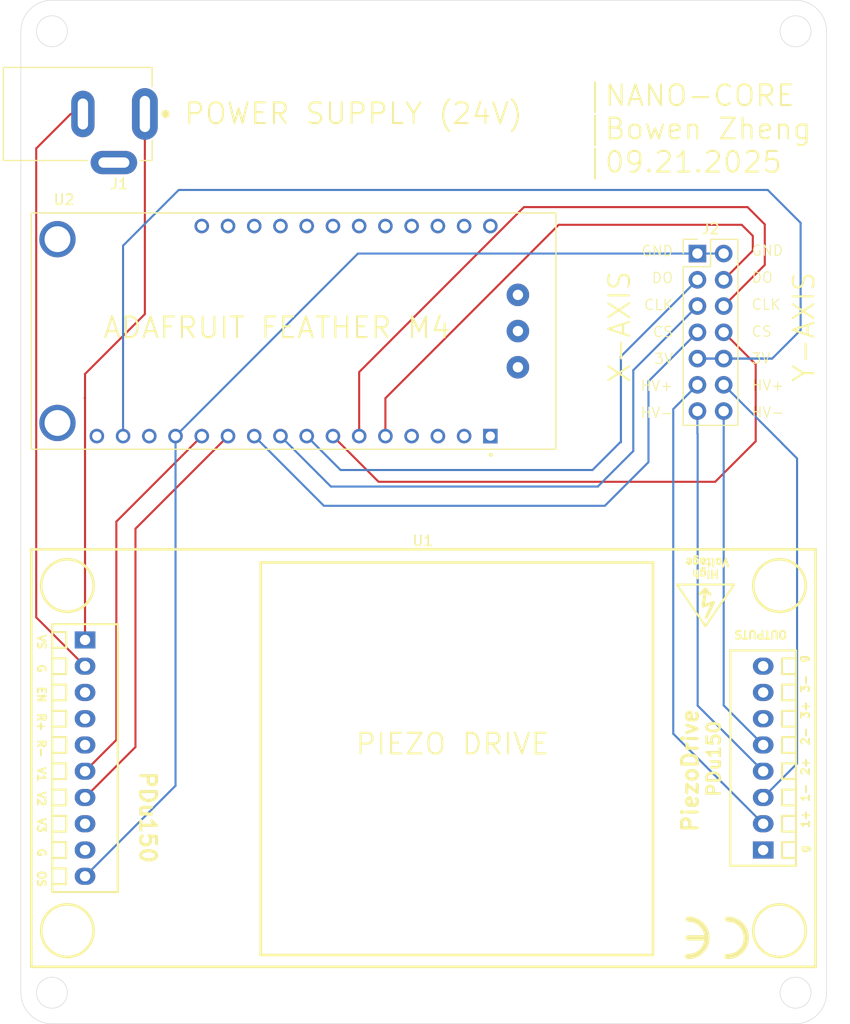
<source format=kicad_pcb>
(kicad_pcb (version 20241229) (generator "pcbnew") (generator_version "9.0")
  (layers (0 "F.Cu" signal) (2 "B.Cu" signal) (13 "F.Paste" user) (15 "B.Paste" user) (5 "F.SilkS" user "F.Silkscreen") (7 "B.SilkS" user "B.Silkscreen") (1 "F.Mask" user) (3 "B.Mask" user) (25 "Edge.Cuts" user))
  (net 0 "")
  (net 2 "Net-(J1-Pad2)")
  (net 3 "Net-(U1-VS)")
  (net 4 "Net-(U1-V2)")
  (net 5 "Net-(U1-V1)")
  (net 33 "Net-(J2-Pin_4)")
  (net 34 "Net-(J2-Pin_14)")
  (net 35 "Net-(J2-Pin_7)")
  (net 36 "Net-(J2-Pin_5)")
  (net 37 "Net-(J2-Pin_10)")
  (net 38 "Net-(J2-MountPin)")
  (net 39 "Net-(J2-Pin_3)")
  (net 40 "Net-(J2-Pin_13)")
  (net 41 "Net-(J2-Pin_8)")
  (net 42 "Net-(J2-Pin_1)")
  (net 43 "Net-(J2-Pin_11)")
  (net 46 "Net-(J2-Pin_6)")
  (footprint "PJ_002B:CUI_PJ-002B" (layer "F.Cu") (at 112 61 180)
    (property "Reference" "J1" (at 2.486547 -6.769195 0) (layer "F.SilkS") (effects (font (size 1.000622 1.000622))))
    (property "Value" "PJ-002B")
    (fp_line (start 13.7 4.5) (end -0.7 4.5) (stroke (width 0.127)) (layer "F.SilkS"))
    (fp_line (start 13.7 -4.5) (end 13.7 4.5) (stroke (width 0.127)) (layer "F.SilkS"))
    (fp_line (start 5.55 -4.5) (end 13.7 -4.5) (stroke (width 0.127)) (layer "F.SilkS"))
    (fp_line (start -0.7 4.5) (end -0.7 2.65) (stroke (width 0.127)) (layer "F.SilkS"))
    (fp_line (start -0.7 -2.55) (end -0.7 -4.5) (stroke (width 0.127)) (layer "F.SilkS"))
    (fp_line (start -0.7 -4.5) (end 0.45 -4.5) (stroke (width 0.127)) (layer "F.SilkS"))
    (fp_circle (center -2 0) (end -1.8 0) (stroke (width 0.4)) (fill no) (layer "F.SilkS"))
    (pad "1" thru_hole oval (at 0 0 180) (size 2.5 5) (drill oval 1 3.5) (layers "*.Cu" "*.Mask") (net 3 "Net-(U1-VS)"))
    (pad "2" thru_hole oval (at 6 0 180) (size 2.25 4.5) (drill oval 1 3) (layers "*.Cu" "*.Mask") (net 2 "Net-(J1-Pad2)"))
    (pad "3" thru_hole oval (at 3 -4.7 180) (size 4.5 2.25) (drill oval 3 1) (layers "*.Cu" "*.Mask"))
  )
  (footprint "Connector_PinHeader_2.54mm:PinHeader_2x07_P2.54mm_Vertical" (layer "F.Cu") (at 165.5 74.5)
    (property "Reference" "J2" (at 1.27 -2.38 0) (layer "F.SilkS"))
    (property "Value" "Conn_02x07_Odd_Even_MountingPin")
    (fp_line (start -1.38 -1.38) (end 0 -1.38) (stroke (width 0.12)) (layer "F.SilkS"))
    (fp_line (start -1.38 0) (end -1.38 -1.38) (stroke (width 0.12)) (layer "F.SilkS"))
    (fp_line (start -1.38 1.27) (end -1.38 16.62) (stroke (width 0.12)) (layer "F.SilkS"))
    (fp_line (start -1.38 1.27) (end 1.27 1.27) (stroke (width 0.12)) (layer "F.SilkS"))
    (fp_line (start -1.38 16.62) (end 3.92 16.62) (stroke (width 0.12)) (layer "F.SilkS"))
    (fp_line (start 1.27 -1.38) (end 3.92 -1.38) (stroke (width 0.12)) (layer "F.SilkS"))
    (fp_line (start 1.27 1.27) (end 1.27 -1.38) (stroke (width 0.12)) (layer "F.SilkS"))
    (fp_line (start 3.92 -1.38) (end 3.92 16.62) (stroke (width 0.12)) (layer "F.SilkS"))
    (pad "1" thru_hole rect (at 0 0) (size 1.7 1.7) (drill 1) (layers "*.Cu" "*.Mask") (net 42 "Net-(J2-Pin_1)"))
    (pad "2" thru_hole circle (at 2.54 0) (size 1.7 1.7) (drill 1) (layers "*.Cu" "*.Mask") (net 42 "Net-(J2-Pin_1)"))
    (pad "3" thru_hole circle (at 0 2.54) (size 1.7 1.7) (drill 1) (layers "*.Cu" "*.Mask") (net 39 "Net-(J2-Pin_3)"))
    (pad "4" thru_hole circle (at 2.54 2.54) (size 1.7 1.7) (drill 1) (layers "*.Cu" "*.Mask") (net 33 "Net-(J2-Pin_4)"))
    (pad "5" thru_hole circle (at 0 5.08) (size 1.7 1.7) (drill 1) (layers "*.Cu" "*.Mask") (net 36 "Net-(J2-Pin_5)"))
    (pad "6" thru_hole circle (at 2.54 5.08) (size 1.7 1.7) (drill 1) (layers "*.Cu" "*.Mask") (net 46 "Net-(J2-Pin_6)"))
    (pad "7" thru_hole circle (at 0 7.62) (size 1.7 1.7) (drill 1) (layers "*.Cu" "*.Mask") (net 35 "Net-(J2-Pin_7)"))
    (pad "8" thru_hole circle (at 2.54 7.62) (size 1.7 1.7) (drill 1) (layers "*.Cu" "*.Mask") (net 41 "Net-(J2-Pin_8)"))
    (pad "9" thru_hole circle (at 0 10.16) (size 1.7 1.7) (drill 1) (layers "*.Cu" "*.Mask") (net 37 "Net-(J2-Pin_10)"))
    (pad "10" thru_hole circle (at 2.54 10.16) (size 1.7 1.7) (drill 1) (layers "*.Cu" "*.Mask") (net 37 "Net-(J2-Pin_10)"))
    (pad "11" thru_hole circle (at 0 12.7) (size 1.7 1.7) (drill 1) (layers "*.Cu" "*.Mask") (net 43 "Net-(J2-Pin_11)"))
    (pad "12" thru_hole circle (at 2.54 12.7) (size 1.7 1.7) (drill 1) (layers "*.Cu" "*.Mask") (net 38 "Net-(J2-MountPin)"))
    (pad "13" thru_hole circle (at 0 15.24) (size 1.7 1.7) (drill 1) (layers "*.Cu" "*.Mask") (net 40 "Net-(J2-Pin_13)"))
    (pad "14" thru_hole circle (at 2.54 15.24) (size 1.7 1.7) (drill 1) (layers "*.Cu" "*.Mask") (net 34 "Net-(J2-Pin_14)"))
  )
  (footprint "4759:MODULE_4759" (layer "F.Cu") (at 126.4 82)
    (property "Reference" "U2" (at -22.225 -12.705 0) (layer "F.SilkS"))
    (property "Value" "4759")
    (fp_line (start -25.4 -11.43) (end 25.4 -11.43) (stroke (width 0.127)) (layer "F.SilkS"))
    (fp_line (start -25.4 11.43) (end -25.4 -11.43) (stroke (width 0.127)) (layer "F.SilkS"))
    (fp_line (start 25.4 -11.43) (end 25.4 11.43) (stroke (width 0.127)) (layer "F.SilkS"))
    (fp_line (start 25.4 11.43) (end -25.4 11.43) (stroke (width 0.127)) (layer "F.SilkS"))
    (fp_circle (center 19.1 11.98) (end 19.2 11.98) (stroke (width 0.2)) (fill no) (layer "F.SilkS"))
    (pad "" np_thru_hole circle (at 22.86 -9.525) (size 2.2 2.2) (drill 2.2) (layers "*.Cu" "*.Mask"))
    (pad "" np_thru_hole circle (at 22.86 9.5885) (size 2.2 2.2) (drill 2.2) (layers "*.Cu" "*.Mask"))
    (pad "1" thru_hole rect (at 19.05 10.16) (size 1.408 1.408) (drill 0.9) (layers "*.Cu" "*.Mask"))
    (pad "2" thru_hole circle (at 16.51 10.16) (size 1.408 1.408) (drill 0.9) (layers "*.Cu" "*.Mask"))
    (pad "3" thru_hole circle (at 13.97 10.16) (size 1.408 1.408) (drill 0.9) (layers "*.Cu" "*.Mask"))
    (pad "4" thru_hole circle (at 11.43 10.16) (size 1.408 1.408) (drill 0.9) (layers "*.Cu" "*.Mask"))
    (pad "5" thru_hole circle (at 8.89 10.16) (size 1.408 1.408) (drill 0.9) (layers "*.Cu" "*.Mask") (net 33 "Net-(J2-Pin_4)"))
    (pad "6" thru_hole circle (at 6.35 10.16) (size 1.408 1.408) (drill 0.9) (layers "*.Cu" "*.Mask") (net 46 "Net-(J2-Pin_6)"))
    (pad "7" thru_hole circle (at 3.81 10.16) (size 1.408 1.408) (drill 0.9) (layers "*.Cu" "*.Mask") (net 41 "Net-(J2-Pin_8)"))
    (pad "8" thru_hole circle (at 1.27 10.16) (size 1.408 1.408) (drill 0.9) (layers "*.Cu" "*.Mask") (net 39 "Net-(J2-Pin_3)"))
    (pad "9" thru_hole circle (at -1.27 10.16) (size 1.408 1.408) (drill 0.9) (layers "*.Cu" "*.Mask") (net 36 "Net-(J2-Pin_5)"))
    (pad "10" thru_hole circle (at -3.81 10.16) (size 1.408 1.408) (drill 0.9) (layers "*.Cu" "*.Mask") (net 35 "Net-(J2-Pin_7)"))
    (pad "11" thru_hole circle (at -6.35 10.16) (size 1.408 1.408) (drill 0.9) (layers "*.Cu" "*.Mask") (net 4 "Net-(U1-V2)"))
    (pad "12" thru_hole circle (at -8.89 10.16) (size 1.408 1.408) (drill 0.9) (layers "*.Cu" "*.Mask") (net 5 "Net-(U1-V1)"))
    (pad "13" thru_hole circle (at -11.43 10.16) (size 1.408 1.408) (drill 0.9) (layers "*.Cu" "*.Mask") (net 42 "Net-(J2-Pin_1)"))
    (pad "14" thru_hole circle (at -13.97 10.16) (size 1.408 1.408) (drill 0.9) (layers "*.Cu" "*.Mask"))
    (pad "15" thru_hole circle (at -16.51 10.16) (size 1.408 1.408) (drill 0.9) (layers "*.Cu" "*.Mask") (net 37 "Net-(J2-Pin_10)"))
    (pad "16" thru_hole circle (at -19.05 10.16) (size 1.408 1.408) (drill 0.9) (layers "*.Cu" "*.Mask"))
    (pad "17" thru_hole circle (at -8.89 -10.16) (size 1.408 1.408) (drill 0.9) (layers "*.Cu" "*.Mask"))
    (pad "18" thru_hole circle (at -6.35 -10.16) (size 1.408 1.408) (drill 0.9) (layers "*.Cu" "*.Mask"))
    (pad "19" thru_hole circle (at -3.81 -10.16) (size 1.408 1.408) (drill 0.9) (layers "*.Cu" "*.Mask"))
    (pad "20" thru_hole circle (at -1.27 -10.16) (size 1.408 1.408) (drill 0.9) (layers "*.Cu" "*.Mask"))
    (pad "21" thru_hole circle (at 1.27 -10.16) (size 1.408 1.408) (drill 0.9) (layers "*.Cu" "*.Mask"))
    (pad "22" thru_hole circle (at 3.81 -10.16) (size 1.408 1.408) (drill 0.9) (layers "*.Cu" "*.Mask"))
    (pad "23" thru_hole circle (at 6.35 -10.16) (size 1.408 1.408) (drill 0.9) (layers "*.Cu" "*.Mask"))
    (pad "24" thru_hole circle (at 8.89 -10.16) (size 1.408 1.408) (drill 0.9) (layers "*.Cu" "*.Mask"))
    (pad "25" thru_hole circle (at 11.43 -10.16) (size 1.408 1.408) (drill 0.9) (layers "*.Cu" "*.Mask"))
    (pad "26" thru_hole circle (at 13.97 -10.16) (size 1.408 1.408) (drill 0.9) (layers "*.Cu" "*.Mask"))
    (pad "27" thru_hole circle (at 16.51 -10.16) (size 1.408 1.408) (drill 0.9) (layers "*.Cu" "*.Mask"))
    (pad "28" thru_hole circle (at 19.05 -10.16) (size 1.408 1.408) (drill 0.9) (layers "*.Cu" "*.Mask"))
    (pad "29" thru_hole circle (at 21.717 -3.5) (size 2.1844 2.1844) (drill 1) (layers "*.Cu" "*.Mask"))
    (pad "30" thru_hole circle (at 21.717 0) (size 2.1844 2.1844) (drill 1) (layers "*.Cu" "*.Mask"))
    (pad "31" thru_hole circle (at 21.717 3.5) (size 2.1844 2.1844) (drill 1) (layers "*.Cu" "*.Mask"))
    (pad "P1" thru_hole circle (at -22.86 8.89) (size 3.516 3.516) (drill 2.5) (layers "*.Cu" "*.Mask"))
    (pad "P2" thru_hole circle (at -22.86 -8.89) (size 3.516 3.516) (drill 2.5) (layers "*.Cu" "*.Mask"))
  )
  (footprint "PiezoDrive:PDu150-PCB" (layer "F.Cu") (at 101 143.5)
    (property "Reference" "U1" (at 37.9115 -41.213 0) (layer "F.SilkS"))
    (property "Value" "PDu150-PCB")
    (fp_line (start 0 -40.386) (end 75.946 -40.386) (stroke (width 0.254)) (layer "F.SilkS"))
    (fp_line (start 0 0) (end 0 -40.386) (stroke (width 0.254)) (layer "F.SilkS"))
    (fp_line (start 0 0) (end 75.946 0) (stroke (width 0.254)) (layer "F.SilkS"))
    (fp_line (start 2.03201 -33.147) (end 8.38201 -33.147) (stroke (width 0.2032)) (layer "F.SilkS"))
    (fp_line (start 2.03201 -32.385) (end 3.38201 -32.385) (stroke (width 0.2032)) (layer "F.SilkS"))
    (fp_line (start 2.03201 -30.861) (end 3.38201 -30.861) (stroke (width 0.2032)) (layer "F.SilkS"))
    (fp_line (start 2.03201 -29.845) (end 3.38201 -29.845) (stroke (width 0.2032)) (layer "F.SilkS"))
    (fp_line (start 2.03201 -28.321) (end 3.38201 -28.321) (stroke (width 0.2032)) (layer "F.SilkS"))
    (fp_line (start 2.03201 -27.305) (end 3.38201 -27.305) (stroke (width 0.2032)) (layer "F.SilkS"))
    (fp_line (start 2.03201 -25.781) (end 3.38201 -25.781) (stroke (width 0.2032)) (layer "F.SilkS"))
    (fp_line (start 2.03201 -24.765) (end 3.38201 -24.765) (stroke (width 0.2032)) (layer "F.SilkS"))
    (fp_line (start 2.03201 -23.241) (end 3.38201 -23.241) (stroke (width 0.2032)) (layer "F.SilkS"))
    (fp_line (start 2.03201 -22.225) (end 3.38201 -22.225) (stroke (width 0.2032)) (layer "F.SilkS"))
    (fp_line (start 2.03201 -20.701) (end 3.38201 -20.701) (stroke (width 0.2032)) (layer "F.SilkS"))
    (fp_line (start 2.03201 -19.685) (end 3.38201 -19.685) (stroke (width 0.2032)) (layer "F.SilkS"))
    (fp_line (start 2.03201 -18.161) (end 3.38201 -18.161) (stroke (width 0.2032)) (layer "F.SilkS"))
    (fp_line (start 2.03201 -17.145) (end 3.38201 -17.145) (stroke (width 0.2032)) (layer "F.SilkS"))
    (fp_line (start 2.03201 -15.621) (end 3.38201 -15.621) (stroke (width 0.2032)) (layer "F.SilkS"))
    (fp_line (start 2.03201 -14.605) (end 3.38201 -14.605) (stroke (width 0.2032)) (layer "F.SilkS"))
    (fp_line (start 2.03201 -13.081) (end 3.38201 -13.081) (stroke (width 0.2032)) (layer "F.SilkS"))
    (fp_line (start 2.03201 -12.065) (end 3.38201 -12.065) (stroke (width 0.2032)) (layer "F.SilkS"))
    (fp_line (start 2.03201 -10.541) (end 3.38201 -10.541) (stroke (width 0.2032)) (layer "F.SilkS"))
    (fp_line (start 2.03201 -9.525) (end 3.38201 -9.525) (stroke (width 0.2032)) (layer "F.SilkS"))
    (fp_line (start 2.03201 -8.001) (end 3.38201 -8.001) (stroke (width 0.2032)) (layer "F.SilkS"))
    (fp_line (start 2.03201 -7.239) (end 2.03201 -33.147) (stroke (width 0.2032)) (layer "F.SilkS"))
    (fp_line (start 2.03201 -7.239) (end 8.38201 -7.239) (stroke (width 0.2032)) (layer "F.SilkS"))
    (fp_line (start 3.38201 -30.861) (end 3.38201 -32.385) (stroke (width 0.2032)) (layer "F.SilkS"))
    (fp_line (start 3.38201 -28.321) (end 3.38201 -29.845) (stroke (width 0.2032)) (layer "F.SilkS"))
    (fp_line (start 3.38201 -25.781) (end 3.38201 -27.305) (stroke (width 0.2032)) (layer "F.SilkS"))
    (fp_line (start 3.38201 -23.241) (end 3.38201 -24.765) (stroke (width 0.2032)) (layer "F.SilkS"))
    (fp_line (start 3.38201 -20.701) (end 3.38201 -22.225) (stroke (width 0.2032)) (layer "F.SilkS"))
    (fp_line (start 3.38201 -18.161) (end 3.38201 -19.685) (stroke (width 0.2032)) (layer "F.SilkS"))
    (fp_line (start 3.38201 -15.621) (end 3.38201 -17.145) (stroke (width 0.2032)) (layer "F.SilkS"))
    (fp_line (start 3.38201 -13.081) (end 3.38201 -14.605) (stroke (width 0.2032)) (layer "F.SilkS"))
    (fp_line (start 3.38201 -10.541) (end 3.38201 -12.065) (stroke (width 0.2032)) (layer "F.SilkS"))
    (fp_line (start 3.38201 -8.001) (end 3.38201 -9.525) (stroke (width 0.2032)) (layer "F.SilkS"))
    (fp_line (start 8.38201 -7.239) (end 8.38201 -33.147) (stroke (width 0.2032)) (layer "F.SilkS"))
    (fp_line (start 22.225 -39.116) (end 60.198 -39.116) (stroke (width 0.254)) (layer "F.SilkS"))
    (fp_line (start 22.225 -1.143) (end 22.225 -39.116) (stroke (width 0.254)) (layer "F.SilkS"))
    (fp_line (start 22.225 -1.143) (end 60.198 -1.143) (stroke (width 0.254)) (layer "F.SilkS"))
    (fp_line (start 60.198 -1.143) (end 60.198 -39.116) (stroke (width 0.254)) (layer "F.SilkS"))
    (fp_line (start 62.5094 -36.9824) (end 65.28118 -32.95073) (stroke (width 0.2)) (layer "F.SilkS"))
    (fp_line (start 62.5348 -36.9824) (end 68.05295 -36.9824) (stroke (width 0.2)) (layer "F.SilkS"))
    (fp_line (start 63.6002 -2.8067) (end 65.4036 -2.8067) (stroke (width 0.508)) (layer "F.SilkS"))
    (fp_line (start 64.77 -36.068) (end 65.278 -36.5506) (stroke (width 0.3)) (layer "F.SilkS"))
    (fp_line (start 65.05466 -34.8988) (end 65.3034 -36.5252) (stroke (width 0.3)) (layer "F.SilkS"))
    (fp_line (start 65.05466 -34.8988) (end 66.04526 -35.2544) (stroke (width 0.3)) (layer "F.SilkS"))
    (fp_line (start 65.278 -36.5506) (end 65.70284 -36.0461) (stroke (width 0.3)) (layer "F.SilkS"))
    (fp_line (start 65.28118 -32.95073) (end 68.05295 -36.9824) (stroke (width 0.2)) (layer "F.SilkS"))
    (fp_line (start 65.35946 -33.8066) (end 66.04526 -35.2544) (stroke (width 0.3)) (layer "F.SilkS"))
    (fp_line (start 67.69101 -30.607) (end 74.04101 -30.607) (stroke (width 0.2032)) (layer "F.SilkS"))
    (fp_line (start 67.69101 -9.779) (end 67.69101 -30.607) (stroke (width 0.2032)) (layer "F.SilkS"))
    (fp_line (start 67.69101 -9.779) (end 74.04101 -9.779) (stroke (width 0.2032)) (layer "F.SilkS"))
    (fp_line (start 72.69101 -29.845) (end 74.04101 -29.845) (stroke (width 0.2032)) (layer "F.SilkS"))
    (fp_line (start 72.69101 -28.321) (end 72.69101 -29.845) (stroke (width 0.2032)) (layer "F.SilkS"))
    (fp_line (start 72.69101 -28.321) (end 74.04101 -28.321) (stroke (width 0.2032)) (layer "F.SilkS"))
    (fp_line (start 72.69101 -27.305) (end 74.04101 -27.305) (stroke (width 0.2032)) (layer "F.SilkS"))
    (fp_line (start 72.69101 -25.781) (end 72.69101 -27.305) (stroke (width 0.2032)) (layer "F.SilkS"))
    (fp_line (start 72.69101 -25.781) (end 74.04101 -25.781) (stroke (width 0.2032)) (layer "F.SilkS"))
    (fp_line (start 72.69101 -24.765) (end 74.04101 -24.765) (stroke (width 0.2032)) (layer "F.SilkS"))
    (fp_line (start 72.69101 -23.241) (end 72.69101 -24.765) (stroke (width 0.2032)) (layer "F.SilkS"))
    (fp_line (start 72.69101 -23.241) (end 74.04101 -23.241) (stroke (width 0.2032)) (layer "F.SilkS"))
    (fp_line (start 72.69101 -22.225) (end 74.04101 -22.225) (stroke (width 0.2032)) (layer "F.SilkS"))
    (fp_line (start 72.69101 -20.701) (end 72.69101 -22.225) (stroke (width 0.2032)) (layer "F.SilkS"))
    (fp_line (start 72.69101 -20.701) (end 74.04101 -20.701) (stroke (width 0.2032)) (layer "F.SilkS"))
    (fp_line (start 72.69101 -19.685) (end 74.04101 -19.685) (stroke (width 0.2032)) (layer "F.SilkS"))
    (fp_line (start 72.69101 -18.161) (end 72.69101 -19.685) (stroke (width 0.2032)) (layer "F.SilkS"))
    (fp_line (start 72.69101 -18.161) (end 74.04101 -18.161) (stroke (width 0.2032)) (layer "F.SilkS"))
    (fp_line (start 72.69101 -17.145) (end 74.04101 -17.145) (stroke (width 0.2032)) (layer "F.SilkS"))
    (fp_line (start 72.69101 -15.621) (end 72.69101 -17.145) (stroke (width 0.2032)) (layer "F.SilkS"))
    (fp_line (start 72.69101 -15.621) (end 74.04101 -15.621) (stroke (width 0.2032)) (layer "F.SilkS"))
    (fp_line (start 72.69101 -14.605) (end 74.04101 -14.605) (stroke (width 0.2032)) (layer "F.SilkS"))
    (fp_line (start 72.69101 -13.081) (end 72.69101 -14.605) (stroke (width 0.2032)) (layer "F.SilkS"))
    (fp_line (start 72.69101 -13.081) (end 74.04101 -13.081) (stroke (width 0.2032)) (layer "F.SilkS"))
    (fp_line (start 72.69101 -12.065) (end 74.04101 -12.065) (stroke (width 0.2032)) (layer "F.SilkS"))
    (fp_line (start 72.69101 -10.541) (end 72.69101 -12.065) (stroke (width 0.2032)) (layer "F.SilkS"))
    (fp_line (start 72.69101 -10.541) (end 74.04101 -10.541) (stroke (width 0.2032)) (layer "F.SilkS"))
    (fp_line (start 74.04101 -9.779) (end 74.04101 -30.607) (stroke (width 0.2032)) (layer "F.SilkS"))
    (fp_line (start 75.946 0) (end 75.946 -40.386) (stroke (width 0.254)) (layer "F.SilkS"))
    (fp_arc (start 63.6256 -4.6058) (mid 65.42431 -2.769242) (end 63.550701 -1.00916) (stroke (width 0.508)) (layer "F.SilkS"))
    (fp_arc (start 67.4356 -4.6058) (mid 69.23431 -2.769242) (end 67.360701 -1.00916) (stroke (width 0.508)) (layer "F.SilkS"))
    (fp_circle (center 3.5 -36.886) (end 3.5 -39.426) (stroke (width 0.254)) (fill no) (layer "F.SilkS"))
    (fp_circle (center 3.5 -3.5) (end 3.5 -6.04) (stroke (width 0.254)) (fill no) (layer "F.SilkS"))
    (fp_circle (center 72.446 -36.886) (end 72.446 -39.426) (stroke (width 0.254)) (fill no) (layer "F.SilkS"))
    (fp_circle (center 72.446 -3.5) (end 72.446 -6.04) (stroke (width 0.254)) (fill no) (layer "F.SilkS"))
    (fp_text user "3-" (at 75.404345 -26.416 90) (layer "F.SilkS") (effects (font (size 0.762 0.762) (thickness 0.2032)) (justify left bottom)))
    (fp_text user "3+" (at 75.404345 -23.876 90) (layer "F.SilkS") (effects (font (size 0.762 0.762) (thickness 0.2032)) (justify left bottom)))
    (fp_text user "V3" (at 0.541655 -14.511 270) (layer "F.SilkS") (effects (font (size 0.762 0.762) (thickness 0.2032)) (justify left bottom)))
    (fp_text user "G" (at 0.541655 -11.557 270) (layer "F.SilkS") (effects (font (size 0.762 0.762) (thickness 0.2032)) (justify left bottom)))
    (fp_text user "1+" (at 75.404345 -13.335 90) (layer "F.SilkS") (effects (font (size 0.762 0.762) (thickness 0.2032)) (justify left bottom)))
    (fp_text user "g" (at 75.150345 -29.337 90) (layer "F.SilkS") (effects (font (size 0.762 0.762) (thickness 0.2032)) (justify left bottom)))
    (fp_text user "V2" (at 0.541655 -17.07029 270) (layer "F.SilkS") (effects (font (size 0.762 0.762) (thickness 0.2032)) (justify left bottom)))
    (fp_text user "VS" (at 0.541655 -32.24032 270) (layer "F.SilkS") (effects (font (size 0.762 0.762) (thickness 0.2032)) (justify left bottom)))
    (fp_text user "2-" (at 75.404345 -21.336 90) (layer "F.SilkS") (effects (font (size 0.762 0.762) (thickness 0.2032)) (justify left bottom)))
    (fp_text user "g" (at 75.277345 -10.922 90) (layer "F.SilkS") (effects (font (size 0.762 0.762) (thickness 0.2032)) (justify left bottom)))
    (fp_text user "G" (at 0.541655 -29.37453 270) (layer "F.SilkS") (effects (font (size 0.762 0.762) (thickness 0.2032)) (justify left bottom)))
    (fp_text user "R+" (at 0.541655 -24.638 270) (layer "F.SilkS") (effects (font (size 0.762 0.762) (thickness 0.2032)) (justify left bottom)))
    (fp_text user "V1" (at 0.541655 -19.43353 270) (layer "F.SilkS") (effects (font (size 0.762 0.762) (thickness 0.2032)) (justify left bottom)))
    (fp_text user "High" (at 66.675 -38.447345 180) (layer "F.SilkS") (effects (font (size 0.762 0.762) (thickness 0.2032)) (justify left bottom)))
    (fp_text user "EN" (at 0.541655 -27.21124 270) (layer "F.SilkS") (effects (font (size 0.762 0.762) (thickness 0.2032)) (justify left bottom)))
    (fp_text user "OUTPUTS" (at 73.279 -32.605345 180) (layer "F.SilkS") (effects (font (size 0.762 0.762) (thickness 0.2032)) (justify left bottom)))
    (fp_text user "PDu150" (at 66.830575 -16.3052 90) (layer "F.SilkS") (effects (font (size 1.27 1.27) (thickness 0.254)) (justify left bottom)))
    (fp_text user "PDu150" (at 10.40543 -19.05 270) (layer "F.SilkS") (effects (font (size 1.524 1.524) (thickness 0.3048)) (justify left bottom)))
    (fp_text user "2+" (at 75.404345 -18.415 90) (layer "F.SilkS") (effects (font (size 0.762 0.762) (thickness 0.2032)) (justify left bottom)))
    (fp_text user "R-" (at 0.541655 -22.098 270) (layer "F.SilkS") (effects (font (size 0.762 0.762) (thickness 0.2032)) (justify left bottom)))
    (fp_text user "OS" (at 0.541655 -9.398 270) (layer "F.SilkS") (effects (font (size 0.762 0.762) (thickness 0.2032)) (justify left bottom)))
    (fp_text user "PiezoDrive" (at 64.68669 -12.886 90) (layer "F.SilkS") (effects (font (size 1.524 1.524) (thickness 0.3048)) (justify left bottom)))
    (fp_text user "1-" (at 75.404345 -15.875 90) (layer "F.SilkS") (effects (font (size 0.762 0.762) (thickness 0.2032)) (justify left bottom)))
    (fp_text user "Voltage" (at 67.691 -39.590345 180) (layer "F.SilkS") (effects (font (size 0.762 0.762) (thickness 0.2032)) (justify left bottom)))
    (pad "" np_thru_hole circle (at 3.5 -36.886 270) (size 1.524 1.524) (drill 2.7) (layers "*.Cu" "*.Mask"))
    (pad "" np_thru_hole circle (at 3.5 -3.5) (size 1.524 1.524) (drill 2.7) (layers "*.Cu" "*.Mask"))
    (pad "" np_thru_hole circle (at 72.446 -36.886 180) (size 1.524 1.524) (drill 2.7) (layers "*.Cu" "*.Mask"))
    (pad "" np_thru_hole circle (at 72.446 -3.5 90) (size 1.524 1.524) (drill 2.7) (layers "*.Cu" "*.Mask"))
    (pad "1" thru_hole rect (at 5.20701 -31.623 270) (size 1.651 2) (drill 1) (layers "*.Cu" "*.Mask") (net 3 "Net-(U1-VS)"))
    (pad "2" thru_hole oval (at 5.20701 -29.083 270) (size 1.651 2) (drill 1) (layers "*.Cu" "*.Mask") (net 2 "Net-(J1-Pad2)"))
    (pad "3" thru_hole oval (at 5.20701 -26.543 270) (size 1.651 2) (drill 1) (layers "*.Cu" "*.Mask"))
    (pad "4" thru_hole oval (at 5.20701 -24.003 270) (size 1.651 2) (drill 1) (layers "*.Cu" "*.Mask"))
    (pad "5" thru_hole oval (at 5.20701 -21.463 270) (size 1.651 2) (drill 1) (layers "*.Cu" "*.Mask"))
    (pad "6" thru_hole oval (at 5.20701 -18.923 270) (size 1.651 2) (drill 1) (layers "*.Cu" "*.Mask") (net 5 "Net-(U1-V1)"))
    (pad "7" thru_hole oval (at 5.20701 -16.383 270) (size 1.651 2) (drill 1) (layers "*.Cu" "*.Mask") (net 4 "Net-(U1-V2)"))
    (pad "8" thru_hole oval (at 5.20701 -13.843 270) (size 1.651 2) (drill 1) (layers "*.Cu" "*.Mask"))
    (pad "9" thru_hole oval (at 5.20701 -11.303 270) (size 1.651 2) (drill 1) (layers "*.Cu" "*.Mask"))
    (pad "10" thru_hole oval (at 5.20701 -8.763 270) (size 1.651 2) (drill 1) (layers "*.Cu" "*.Mask") (net 42 "Net-(J2-Pin_1)"))
    (pad "11" thru_hole rect (at 70.86601 -11.303 90) (size 1.651 2) (drill 1) (layers "*.Cu" "*.Mask"))
    (pad "12" thru_hole oval (at 70.86601 -13.843 90) (size 1.651 2) (drill 1) (layers "*.Cu" "*.Mask") (net 43 "Net-(J2-Pin_11)"))
    (pad "13" thru_hole oval (at 70.86601 -16.383 90) (size 1.651 2) (drill 1) (layers "*.Cu" "*.Mask") (net 38 "Net-(J2-MountPin)"))
    (pad "14" thru_hole oval (at 70.86601 -18.923 90) (size 1.651 2) (drill 1) (layers "*.Cu" "*.Mask") (net 40 "Net-(J2-Pin_13)"))
    (pad "15" thru_hole oval (at 70.86601 -21.463 90) (size 1.651 2) (drill 1) (layers "*.Cu" "*.Mask") (net 34 "Net-(J2-Pin_14)"))
    (pad "16" thru_hole oval (at 70.86601 -24.003 90) (size 1.651 2) (drill 1) (layers "*.Cu" "*.Mask"))
    (pad "17" thru_hole oval (at 70.86601 -26.543 90) (size 1.651 2) (drill 1) (layers "*.Cu" "*.Mask"))
    (pad "18" thru_hole oval (at 70.86601 -29.083 90) (size 1.651 2) (drill 1) (layers "*.Cu" "*.Mask"))
  )
  (gr_line (start 175 149) (end 103 149) (stroke (width 0.05)) (layer "Edge.Cuts"))
  (gr_circle (center 175 146) (end 176.5 146) (stroke (width 0.05)) (fill no) (layer "Edge.Cuts"))
  (gr_arc (start 103 149) (mid 100.87868 148.12132) (end 100 146) (stroke (width 0.05)) (layer "Edge.Cuts"))
  (gr_arc (start 178 146) (mid 177.12132 148.12132) (end 175 149) (stroke (width 0.05)) (layer "Edge.Cuts"))
  (gr_line (start 178 53) (end 178 146) (stroke (width 0.05)) (layer "Edge.Cuts"))
  (gr_circle (center 175 53) (end 176.5 53) (stroke (width 0.05)) (fill no) (layer "Edge.Cuts"))
  (gr_arc (start 175 50) (mid 177.12132 50.87868) (end 178 53) (stroke (width 0.05)) (layer "Edge.Cuts"))
  (gr_line (start 100 146) (end 100 53) (stroke (width 0.05)) (layer "Edge.Cuts"))
  (gr_circle (center 103 146) (end 104.5 146) (stroke (width 0.05)) (fill no) (layer "Edge.Cuts"))
  (gr_arc (start 100 53) (mid 100.87868 50.87868) (end 103 50) (stroke (width 0.05)) (layer "Edge.Cuts"))
  (gr_circle (center 103 53) (end 104.5 53) (stroke (width 0.05)) (fill no) (layer "Edge.Cuts"))
  (gr_line (start 103 50) (end 175 50) (stroke (width 0.05)) (layer "Edge.Cuts"))
  (gr_text "ADAFRUIT FEATHER M4" (at 107.84 82.84 0) (layer "F.SilkS") (effects (font (size 2 2) (thickness 0.2)) (justify left bottom)))
  (gr_text "PIEZO DRIVE\n" (at 132.28 123.11 0) (layer "F.SilkS") (effects (font (size 2 2) (thickness 0.2)) (justify left bottom)))
  (gr_text "DO" (at 170.68 77.408333 0) (layer "F.SilkS") (effects (font (size 1 1) (thickness 0.1)) (justify left bottom)))
  (gr_text "GND\n" (at 170.68 74.8 0) (layer "F.SilkS") (effects (font (size 1 1) (thickness 0.1)) (justify left bottom)))
  (gr_text "HV-" (at 159.926667 90.483333 0) (layer "F.SilkS") (effects (font (size 1 1) (thickness 0.1)) (justify left bottom)))
  (gr_text "CLK" (at 170.68 80.016667 0) (layer "F.SilkS") (effects (font (size 1 1) (thickness 0.1)) (justify left bottom)))
  (gr_text "X-AXIS" (at 159.13 87.155238 90) (layer "F.SilkS") (effects (font (size 2 2) (thickness 0.2)) (justify left bottom)))
  (gr_text "|NANO-CORE\n|Bowen Zheng\n|09.21.2025\n" (at 154.5 66.83 0) (layer "F.SilkS") (effects (font (size 2 2) (thickness 0.2)) (justify left bottom)))
  (gr_text "GND\n" (at 160.021905 74.833333 0) (layer "F.SilkS") (effects (font (size 1 1) (thickness 0.1)) (justify left bottom)))
  (gr_text "CS" (at 161.117143 82.658333 0) (layer "F.SilkS") (effects (font (size 1 1) (thickness 0.1)) (justify left bottom)))
  (gr_text "Y-AXIS" (at 176.99 87.06 90) (layer "F.SilkS") (effects (font (size 2 2) (thickness 0.2)) (justify left bottom)))
  (gr_text "DO" (at 161.021905 77.441666 0) (layer "F.SilkS") (effects (font (size 1 1) (thickness 0.1)) (justify left bottom)))
  (gr_text "CLK" (at 160.26 80.05 0) (layer "F.SilkS") (effects (font (size 1 1) (thickness 0.1)) (justify left bottom)))
  (gr_text "3V" (at 161.26 85.266666 0) (layer "F.SilkS") (effects (font (size 1 1) (thickness 0.1)) (justify left bottom)))
  (gr_text "HV+" (at 170.68 87.841667 0) (layer "F.SilkS") (effects (font (size 1 1) (thickness 0.1)) (justify left bottom)))
  (gr_text "HV-" (at 170.68 90.45 0) (layer "F.SilkS") (effects (font (size 1 1) (thickness 0.1)) (justify left bottom)))
  (gr_text "CS" (at 170.68 82.625 0) (layer "F.SilkS") (effects (font (size 1 1) (thickness 0.1)) (justify left bottom)))
  (gr_text "POWER SUPPLY (24V)" (at 115.7 62.13 0) (layer "F.SilkS") (effects (font (size 2 2) (thickness 0.2)) (justify left bottom)))
  (gr_text "HV+" (at 159.926667 87.875 0) (layer "F.SilkS") (effects (font (size 1 1) (thickness 0.1)) (justify left bottom)))
  (gr_text "3V" (at 170.68 85.233333 0) (layer "F.SilkS") (effects (font (size 1 1) (thickness 0.1)) (justify left bottom)))
  (segment (start 104.82 61) (end 101.481 64.339) (width 0.2) (layer "F.Cu") (net 2))
  (segment (start 101.481 109.69099) (end 106.20701 114.417) (width 0.2) (layer "F.Cu") (net 2))
  (segment (start 106 61) (end 104.82 61) (width 0.2) (layer "F.Cu") (net 2))
  (segment (start 101.481 64.339) (end 101.481 109.69099) (width 0.2) (layer "F.Cu") (net 2))
  (segment (start 106.20701 111.877) (end 106.20701 86.15299) (width 0.2) (layer "F.Cu") (net 3))
  (segment (start 106.17 88.47) (end 106.21551 88.51551) (width 0.2) (layer "F.Cu") (net 3))
  (segment (start 106.20701 86.15299) (end 112 80.36) (width 0.2) (layer "F.Cu") (net 3))
  (segment (start 112 80.36) (end 112 61) (width 0.2) (layer "F.Cu") (net 3))
  (segment (start 120.05 92.16) (end 111.09 101.12) (width 0.2) (layer "F.Cu") (net 4))
  (segment (start 111.09 122.23401) (end 106.20701 127.117) (width 0.2) (layer "F.Cu") (net 4))
  (segment (start 111.09 101.12) (end 111.09 122.23401) (width 0.2) (layer "F.Cu") (net 4))
  (segment (start 109.24 121.54401) (end 106.20701 124.577) (width 0.2) (layer "F.Cu") (net 5))
  (segment (start 117.51 92.16) (end 109.24 100.43) (width 0.2) (layer "F.Cu") (net 5))
  (segment (start 109.24 100.43) (end 109.24 121.54401) (width 0.2) (layer "F.Cu") (net 5))
  (segment (start 135.29 92.16) (end 135.29 88.497024) (width 0.2) (layer "F.Cu") (net 33))
  (segment (start 170.86 74.22) (end 168.04 77.04) (width 0.2) (layer "F.Cu") (net 33))
  (segment (start 135.29 88.497024) (end 152.067024 71.72) (width 0.2) (layer "F.Cu") (net 33))
  (segment (start 169.79 71.72) (end 170.86 72.79) (width 0.2) (layer "F.Cu") (net 33))
  (segment (start 170.86 72.79) (end 170.86 74.22) (width 0.2) (layer "F.Cu") (net 33))
  (segment (start 152.067024 71.72) (end 169.79 71.72) (width 0.2) (layer "F.Cu") (net 33))
  (segment (start 168.04 118.21099) (end 171.86601 122.037) (width 0.2) (layer "B.Cu") (net 34))
  (segment (start 168.04 89.74) (end 168.04 118.21099) (width 0.2) (layer "B.Cu") (net 34))
  (segment (start 160.76 86.86) (end 165.5 82.12) (width 0.2) (layer "B.Cu") (net 35))
  (segment (start 129.33 98.9) (end 156.54 98.9) (width 0.2) (layer "B.Cu") (net 35))
  (segment (start 122.59 92.16) (end 129.33 98.9) (width 0.2) (layer "B.Cu") (net 35))
  (segment (start 156.54 98.9) (end 160.76 94.68) (width 0.2) (layer "B.Cu") (net 35))
  (segment (start 160.76 94.68) (end 160.76 86.86) (width 0.2) (layer "B.Cu") (net 35))
  (segment (start 165.5 79.58) (end 159.29 85.79) (width 0.2) (layer "B.Cu") (net 36))
  (segment (start 155.85 97.04) (end 130.01 97.04) (width 0.2) (layer "B.Cu") (net 36))
  (segment (start 159.29 93.6) (end 155.85 97.04) (width 0.2) (layer "B.Cu") (net 36))
  (segment (start 159.29 85.79) (end 159.29 93.6) (width 0.2) (layer "B.Cu") (net 36))
  (segment (start 130.01 97.04) (end 125.13 92.16) (width 0.2) (layer "B.Cu") (net 36))
  (segment (start 168.04 84.66) (end 172.74 84.66) (width 0.2) (layer "B.Cu") (net 37))
  (segment (start 172.74 84.66) (end 165.5 84.66) (width 0.2) (layer "B.Cu") (net 37))
  (segment (start 115.28 68.35) (end 109.89 73.74) (width 0.2) (layer "B.Cu") (net 37))
  (segment (start 172.31 68.35) (end 115.28 68.35) (width 0.2) (layer "B.Cu") (net 37))
  (segment (start 109.89 73.74) (end 109.89 92.16) (width 0.2) (layer "B.Cu") (net 37))
  (segment (start 175.49 81.91) (end 175.49 71.53) (width 0.2) (layer "B.Cu") (net 37))
  (segment (start 175.49 71.53) (end 172.31 68.35) (width 0.2) (layer "B.Cu") (net 37))
  (segment (start 168.04 84.66) (end 165.5 84.66) (width 0.2) (layer "B.Cu") (net 37))
  (segment (start 172.74 84.66) (end 175.49 81.91) (width 0.2) (layer "B.Cu") (net 37))
  (segment (start 173.705 92.865) (end 173.705 92.878) (width 0.2) (layer "B.Cu") (net 38))
  (segment (start 173.705 92.865) (end 168.04 87.2) (width 0.2) (layer "B.Cu") (net 38))
  (segment (start 171.86601 127.117) (end 175.147 123.83601) (width 0.2) (layer "B.Cu") (net 38))
  (segment (start 173.705 92.878) (end 175.147 94.32) (width 0.2) (layer "B.Cu") (net 38))
  (segment (start 175.147 123.83601) (end 175.147 94.32) (width 0.2) (layer "B.Cu") (net 38))
  (segment (start 155.34 95.44) (end 158.02 92.76) (width 0.2) (layer "B.Cu") (net 39))
  (segment (start 127.67 92.16) (end 130.95 95.44) (width 0.2) (layer "B.Cu") (net 39))
  (segment (start 130.95 95.44) (end 155.34 95.44) (width 0.2) (layer "B.Cu") (net 39))
  (segment (start 158.09 84.45) (end 165.5 77.04) (width 0.2) (layer "B.Cu") (net 39))
  (segment (start 158.02 92.76) (end 158.09 92.76) (width 0.2) (layer "B.Cu") (net 39))
  (segment (start 158.09 92.76) (end 158.09 84.45) (width 0.2) (layer "B.Cu") (net 39))
  (segment (start 165.5 91.9) (end 165.5 89.74) (width 0.2) (layer "B.Cu") (net 40))
  (segment (start 165.52 118.23099) (end 165.52 91.92) (width 0.2) (layer "B.Cu") (net 40))
  (segment (start 165.52 91.92) (end 165.5 91.9) (width 0.2) (layer "B.Cu") (net 40))
  (segment (start 171.86601 124.577) (end 165.52 118.23099) (width 0.2) (layer "B.Cu") (net 40))
  (segment (start 134.63 96.58) (end 167.22 96.58) (width 0.2) (layer "F.Cu") (net 41))
  (segment (start 171.14 92.66) (end 171.14 85.22) (width 0.2) (layer "F.Cu") (net 41))
  (segment (start 130.21 92.16) (end 134.63 96.58) (width 0.2) (layer "F.Cu") (net 41))
  (segment (start 171.14 85.22) (end 168.04 82.12) (width 0.2) (layer "F.Cu") (net 41))
  (segment (start 167.22 96.58) (end 171.14 92.66) (width 0.2) (layer "F.Cu") (net 41))
  (segment (start 132.63 74.5) (end 165.5 74.5) (width 0.2) (layer "B.Cu") (net 42))
  (segment (start 114.97 92.16) (end 132.63 74.5) (width 0.2) (layer "B.Cu") (net 42))
  (segment (start 168.04 74.5) (end 165.5 74.5) (width 0.2) (layer "B.Cu") (net 42))
  (segment (start 114.97 92.16) (end 114.97 125.97401) (width 0.2) (layer "B.Cu") (net 42))
  (segment (start 114.97 125.97401) (end 106.20701 134.737) (width 0.2) (layer "B.Cu") (net 42))
  (segment (start 163.16 120.95099) (end 163.16 89.54) (width 0.2) (layer "B.Cu") (net 43))
  (segment (start 171.86601 129.657) (end 163.16 120.95099) (width 0.2) (layer "B.Cu") (net 43))
  (segment (start 163.16 89.54) (end 165.5 87.2) (width 0.2) (layer "B.Cu") (net 43))
  (segment (start 170.35 70.01) (end 148.701285 70.01) (width 0.2) (layer "F.Cu") (net 46))
  (segment (start 168.04 79.58) (end 172.02 75.6) (width 0.2) (layer "F.Cu") (net 46))
  (segment (start 172.02 71.68) (end 170.35 70.01) (width 0.2) (layer "F.Cu") (net 46))
  (segment (start 132.75 85.961285) (end 132.75 92.16) (width 0.2) (layer "F.Cu") (net 46))
  (segment (start 172.02 75.6) (end 172.02 71.68) (width 0.2) (layer "F.Cu") (net 46))
  (segment (start 148.701285 70.01) (end 132.75 85.961285) (width 0.2) (layer "F.Cu") (net 46))
)
</source>
